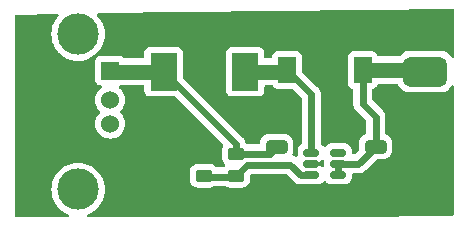
<source format=gbr>
%TF.GenerationSoftware,KiCad,Pcbnew,7.99.0-779-ga24a63e416*%
%TF.CreationDate,2023-06-04T17:09:06+04:00*%
%TF.ProjectId,mt36-08,6d743336-2d30-4382-9e6b-696361645f70,rev?*%
%TF.SameCoordinates,Original*%
%TF.FileFunction,Copper,L1,Top*%
%TF.FilePolarity,Positive*%
%FSLAX46Y46*%
G04 Gerber Fmt 4.6, Leading zero omitted, Abs format (unit mm)*
G04 Created by KiCad (PCBNEW 7.99.0-779-ga24a63e416) date 2023-06-04 17:09:06*
%MOMM*%
%LPD*%
G01*
G04 APERTURE LIST*
G04 Aperture macros list*
%AMRoundRect*
0 Rectangle with rounded corners*
0 $1 Rounding radius*
0 $2 $3 $4 $5 $6 $7 $8 $9 X,Y pos of 4 corners*
0 Add a 4 corners polygon primitive as box body*
4,1,4,$2,$3,$4,$5,$6,$7,$8,$9,$2,$3,0*
0 Add four circle primitives for the rounded corners*
1,1,$1+$1,$2,$3*
1,1,$1+$1,$4,$5*
1,1,$1+$1,$6,$7*
1,1,$1+$1,$8,$9*
0 Add four rect primitives between the rounded corners*
20,1,$1+$1,$2,$3,$4,$5,0*
20,1,$1+$1,$4,$5,$6,$7,0*
20,1,$1+$1,$6,$7,$8,$9,0*
20,1,$1+$1,$8,$9,$2,$3,0*%
G04 Aperture macros list end*
%TA.AperFunction,SMDPad,CuDef*%
%ADD10RoundRect,0.250000X-0.650000X0.325000X-0.650000X-0.325000X0.650000X-0.325000X0.650000X0.325000X0*%
%TD*%
%TA.AperFunction,SMDPad,CuDef*%
%ADD11RoundRect,0.250000X0.450000X-0.262500X0.450000X0.262500X-0.450000X0.262500X-0.450000X-0.262500X0*%
%TD*%
%TA.AperFunction,SMDPad,CuDef*%
%ADD12R,1.500000X2.200000*%
%TD*%
%TA.AperFunction,ComponentPad*%
%ADD13R,1.524000X1.524000*%
%TD*%
%TA.AperFunction,ComponentPad*%
%ADD14C,1.524000*%
%TD*%
%TA.AperFunction,ComponentPad*%
%ADD15C,3.500000*%
%TD*%
%TA.AperFunction,SMDPad,CuDef*%
%ADD16RoundRect,0.625000X-1.270000X-0.625000X1.270000X-0.625000X1.270000X0.625000X-1.270000X0.625000X0*%
%TD*%
%TA.AperFunction,SMDPad,CuDef*%
%ADD17RoundRect,0.150000X-0.512500X-0.150000X0.512500X-0.150000X0.512500X0.150000X-0.512500X0.150000X0*%
%TD*%
%TA.AperFunction,SMDPad,CuDef*%
%ADD18RoundRect,0.250000X-0.450000X0.262500X-0.450000X-0.262500X0.450000X-0.262500X0.450000X0.262500X0*%
%TD*%
%TA.AperFunction,SMDPad,CuDef*%
%ADD19R,2.250000X3.180000*%
%TD*%
%TA.AperFunction,Conductor*%
%ADD20C,0.600000*%
%TD*%
%TA.AperFunction,Conductor*%
%ADD21C,1.300000*%
%TD*%
G04 APERTURE END LIST*
D10*
%TO.P,C2,1*%
%TO.N,/+5V*%
X99391000Y-84201000D03*
%TO.P,C2,2*%
%TO.N,GND*%
X99391000Y-87151000D03*
%TD*%
D11*
%TO.P,R2,1*%
%TO.N,Net-(U1-FB)*%
X93218000Y-86661000D03*
%TO.P,R2,2*%
%TO.N,GND*%
X93218000Y-84836000D03*
%TD*%
D12*
%TO.P,L2,1*%
%TO.N,/SW*%
X100280000Y-77724000D03*
%TO.P,L2,2*%
%TO.N,/+3.7V*%
X106680000Y-77724000D03*
%TD*%
D13*
%TO.P,J1,1,VBUS*%
%TO.N,/+5V*%
X85294000Y-77764000D03*
D14*
%TO.P,J1,2,D-*%
%TO.N,unconnected-(J1-D--Pad2)*%
X85294000Y-80264000D03*
%TO.P,J1,3,D+*%
%TO.N,unconnected-(J1-D+-Pad3)*%
X85294000Y-82264000D03*
%TO.P,J1,4,GND*%
%TO.N,GND*%
X85294000Y-84764000D03*
D15*
%TO.P,J1,5,Shield*%
%TO.N,unconnected-(J1-Shield-Pad5)*%
X82584000Y-74694000D03*
X82584000Y-87834000D03*
%TD*%
D16*
%TO.P,J3,1,Pin_1*%
%TO.N,GND*%
X111964000Y-84963000D03*
%TD*%
D17*
%TO.P,U1,1,SW*%
%TO.N,/SW*%
X102323000Y-84709000D03*
%TO.P,U1,2,GND*%
%TO.N,GND*%
X102323000Y-85659000D03*
%TO.P,U1,3,FB*%
%TO.N,Net-(U1-FB)*%
X102323000Y-86609000D03*
%TO.P,U1,4,EN*%
%TO.N,/+3.7V*%
X104598000Y-86609000D03*
%TO.P,U1,5,IN*%
X104598000Y-85659000D03*
%TO.P,U1,6,NC*%
%TO.N,unconnected-(U1-NC-Pad6)*%
X104598000Y-84709000D03*
%TD*%
D18*
%TO.P,R1,1*%
%TO.N,/+5V*%
X95962000Y-84836000D03*
%TO.P,R1,2*%
%TO.N,Net-(U1-FB)*%
X95962000Y-86661000D03*
%TD*%
D19*
%TO.P,D1,A*%
%TO.N,/SW*%
X96724000Y-77851000D03*
%TO.P,D1,C*%
%TO.N,/+5V*%
X89814000Y-77851000D03*
%TD*%
D10*
%TO.P,C1,1*%
%TO.N,/+3.7V*%
X107773000Y-84201000D03*
%TO.P,C1,2*%
%TO.N,GND*%
X107773000Y-87151000D03*
%TD*%
D16*
%TO.P,J2,1,Pin_1*%
%TO.N,/+3.7V*%
X111964000Y-77851000D03*
%TD*%
D20*
%TO.N,Net-(U1-FB)*%
X95882000Y-86741000D02*
X96898000Y-85725000D01*
X100534000Y-85725000D02*
X101418000Y-86609000D01*
X96898000Y-85725000D02*
X100534000Y-85725000D01*
X93295000Y-86741000D02*
X95882000Y-86741000D01*
X101418000Y-86609000D02*
X102323000Y-86609000D01*
D21*
%TO.N,/+5V*%
X89814000Y-77851000D02*
X85381000Y-77851000D01*
X85381000Y-77851000D02*
X85294000Y-77764000D01*
D20*
X95962000Y-84789000D02*
X98803000Y-84789000D01*
X98803000Y-84789000D02*
X99391000Y-84201000D01*
X95962000Y-83999000D02*
X89814000Y-77851000D01*
X95962000Y-84789000D02*
X95962000Y-83999000D01*
%TO.N,/SW*%
X102323000Y-79767000D02*
X100280000Y-77724000D01*
D21*
X100153000Y-77851000D02*
X100280000Y-77724000D01*
X96724000Y-77851000D02*
X100153000Y-77851000D01*
D20*
X102323000Y-84709000D02*
X102323000Y-79767000D01*
%TO.N,/+3.7V*%
X104598000Y-86609000D02*
X104598000Y-85659000D01*
D21*
X111837000Y-77724000D02*
X111964000Y-77851000D01*
X106680000Y-77724000D02*
X111837000Y-77724000D01*
D20*
X106315000Y-85659000D02*
X107773000Y-84201000D01*
X107773000Y-81661000D02*
X106680000Y-80568000D01*
X107773000Y-84201000D02*
X107773000Y-81661000D01*
X106680000Y-80568000D02*
X106680000Y-77724000D01*
X104598000Y-85659000D02*
X106315000Y-85659000D01*
%TD*%
%TA.AperFunction,Conductor*%
%TO.N,GND*%
G36*
X114368609Y-72537482D02*
G01*
X114415081Y-72589657D01*
X114427000Y-72642703D01*
X114427000Y-76576217D01*
X114407315Y-76643256D01*
X114354511Y-76689011D01*
X114285353Y-76698955D01*
X114221797Y-76669930D01*
X114200309Y-76645719D01*
X114105842Y-76506143D01*
X113953856Y-76354157D01*
X113775848Y-76233679D01*
X113578258Y-76149065D01*
X113368223Y-76103375D01*
X113321797Y-76100609D01*
X113321758Y-76100607D01*
X113319948Y-76100500D01*
X110608052Y-76100500D01*
X110606242Y-76100607D01*
X110606202Y-76100609D01*
X110559776Y-76103375D01*
X110349741Y-76149065D01*
X110152151Y-76233679D01*
X109974143Y-76354157D01*
X109822157Y-76506143D01*
X109813455Y-76519002D01*
X109759578Y-76563488D01*
X109710764Y-76573500D01*
X108031439Y-76573500D01*
X107964400Y-76553815D01*
X107918645Y-76501011D01*
X107915257Y-76492833D01*
X107912534Y-76485532D01*
X107873796Y-76381669D01*
X107787546Y-76266454D01*
X107672331Y-76180204D01*
X107537483Y-76129909D01*
X107477873Y-76123500D01*
X107474550Y-76123500D01*
X105885439Y-76123500D01*
X105885420Y-76123500D01*
X105882128Y-76123501D01*
X105878848Y-76123853D01*
X105878840Y-76123854D01*
X105822515Y-76129909D01*
X105687669Y-76180204D01*
X105572454Y-76266454D01*
X105486204Y-76381668D01*
X105435910Y-76516515D01*
X105435909Y-76516517D01*
X105429500Y-76576127D01*
X105429500Y-76579448D01*
X105429500Y-76579449D01*
X105429500Y-78868560D01*
X105429500Y-78868578D01*
X105429501Y-78871872D01*
X105429853Y-78875152D01*
X105429854Y-78875159D01*
X105435909Y-78931484D01*
X105450198Y-78969795D01*
X105486204Y-79066331D01*
X105572454Y-79181546D01*
X105687669Y-79267796D01*
X105782174Y-79303044D01*
X105798832Y-79309257D01*
X105854766Y-79351128D01*
X105879183Y-79416593D01*
X105879499Y-79425439D01*
X105879500Y-80477805D01*
X105879500Y-80658195D01*
X105888017Y-80695518D01*
X105890345Y-80709219D01*
X105894631Y-80747252D01*
X105907272Y-80783380D01*
X105911119Y-80796736D01*
X105919638Y-80834058D01*
X105936250Y-80868553D01*
X105941570Y-80881398D01*
X105954209Y-80917520D01*
X105964770Y-80934327D01*
X105974576Y-80949933D01*
X105981298Y-80962095D01*
X105997908Y-80996586D01*
X106021772Y-81026510D01*
X106029818Y-81037850D01*
X106050184Y-81070262D01*
X106936181Y-81956259D01*
X106969666Y-82017582D01*
X106972500Y-82043940D01*
X106972500Y-83045698D01*
X106952815Y-83112737D01*
X106900011Y-83158492D01*
X106887505Y-83163404D01*
X106803664Y-83191186D01*
X106654342Y-83283288D01*
X106530288Y-83407342D01*
X106438186Y-83556665D01*
X106383000Y-83723202D01*
X106372819Y-83822858D01*
X106372817Y-83822878D01*
X106372500Y-83825991D01*
X106372500Y-83829139D01*
X106372500Y-84418059D01*
X106352815Y-84485098D01*
X106336181Y-84505740D01*
X106019741Y-84822181D01*
X105958418Y-84855666D01*
X105932060Y-84858500D01*
X105885000Y-84858500D01*
X105817961Y-84838815D01*
X105772206Y-84786011D01*
X105761000Y-84734500D01*
X105761000Y-84495751D01*
X105761000Y-84493306D01*
X105758098Y-84456431D01*
X105712244Y-84298602D01*
X105628581Y-84157135D01*
X105512365Y-84040919D01*
X105512360Y-84040916D01*
X105370897Y-83957255D01*
X105213072Y-83911402D01*
X105178628Y-83908691D01*
X105178614Y-83908690D01*
X105176194Y-83908500D01*
X104019806Y-83908500D01*
X104017386Y-83908690D01*
X104017371Y-83908691D01*
X103982927Y-83911402D01*
X103825102Y-83957255D01*
X103683634Y-84040919D01*
X103567419Y-84157134D01*
X103567231Y-84157453D01*
X103565271Y-84159282D01*
X103556342Y-84168212D01*
X103556035Y-84167905D01*
X103516161Y-84205135D01*
X103447419Y-84217638D01*
X103382830Y-84190991D01*
X103353769Y-84157453D01*
X103353582Y-84157137D01*
X103353581Y-84157135D01*
X103237365Y-84040919D01*
X103237364Y-84040918D01*
X103237362Y-84040916D01*
X103184378Y-84009581D01*
X103136695Y-83958512D01*
X103123500Y-83902850D01*
X103123500Y-79676803D01*
X103114982Y-79639488D01*
X103112655Y-79625800D01*
X103108368Y-79587745D01*
X103095724Y-79551610D01*
X103091875Y-79538249D01*
X103091324Y-79535837D01*
X103083359Y-79500939D01*
X103066754Y-79466458D01*
X103061433Y-79453614D01*
X103048789Y-79417478D01*
X103028418Y-79385058D01*
X103021698Y-79372899D01*
X103005091Y-79338413D01*
X103005090Y-79338412D01*
X103005090Y-79338411D01*
X102981225Y-79308486D01*
X102973177Y-79297143D01*
X102952816Y-79264738D01*
X102883933Y-79195855D01*
X102825262Y-79137184D01*
X102825261Y-79137184D01*
X102807821Y-79119743D01*
X102807819Y-79119742D01*
X101566818Y-77878740D01*
X101533333Y-77817417D01*
X101530499Y-77791059D01*
X101530499Y-76579439D01*
X101530499Y-76579438D01*
X101530499Y-76576128D01*
X101524091Y-76516517D01*
X101473796Y-76381669D01*
X101387546Y-76266454D01*
X101272331Y-76180204D01*
X101137483Y-76129909D01*
X101077873Y-76123500D01*
X101074550Y-76123500D01*
X99485439Y-76123500D01*
X99485420Y-76123500D01*
X99482128Y-76123501D01*
X99478848Y-76123853D01*
X99478840Y-76123854D01*
X99422515Y-76129909D01*
X99287669Y-76180204D01*
X99172454Y-76266454D01*
X99086204Y-76381668D01*
X99035910Y-76516515D01*
X99035909Y-76516517D01*
X99029500Y-76576127D01*
X99029500Y-76579439D01*
X99029322Y-76582768D01*
X99029488Y-76576537D01*
X99009815Y-76643539D01*
X98957011Y-76689294D01*
X98905500Y-76700500D01*
X98473499Y-76700500D01*
X98406460Y-76680815D01*
X98360705Y-76628011D01*
X98349499Y-76576500D01*
X98349499Y-76216439D01*
X98349499Y-76216438D01*
X98349499Y-76213128D01*
X98343091Y-76153517D01*
X98292796Y-76018669D01*
X98206546Y-75903454D01*
X98091331Y-75817204D01*
X97956483Y-75766909D01*
X97896873Y-75760500D01*
X97893550Y-75760500D01*
X95554439Y-75760500D01*
X95554420Y-75760500D01*
X95551128Y-75760501D01*
X95547848Y-75760853D01*
X95547840Y-75760854D01*
X95491515Y-75766909D01*
X95356669Y-75817204D01*
X95241454Y-75903454D01*
X95155204Y-76018668D01*
X95104910Y-76153515D01*
X95104909Y-76153517D01*
X95098500Y-76213127D01*
X95098500Y-76216448D01*
X95098500Y-76216449D01*
X95098500Y-79485560D01*
X95098500Y-79485578D01*
X95098501Y-79488872D01*
X95098853Y-79492152D01*
X95098854Y-79492159D01*
X95104909Y-79548484D01*
X95119553Y-79587745D01*
X95155204Y-79683331D01*
X95241454Y-79798546D01*
X95356669Y-79884796D01*
X95491517Y-79935091D01*
X95551127Y-79941500D01*
X97896872Y-79941499D01*
X97956483Y-79935091D01*
X98091331Y-79884796D01*
X98206546Y-79798546D01*
X98292796Y-79683331D01*
X98343091Y-79548483D01*
X98349500Y-79488873D01*
X98349500Y-79125500D01*
X98369185Y-79058461D01*
X98421989Y-79012706D01*
X98473500Y-79001500D01*
X98975928Y-79001500D01*
X99042967Y-79021185D01*
X99072000Y-79054691D01*
X99075519Y-79052058D01*
X99139244Y-79137184D01*
X99172454Y-79181546D01*
X99287669Y-79267796D01*
X99422517Y-79318091D01*
X99482127Y-79324500D01*
X100697059Y-79324499D01*
X100764098Y-79344184D01*
X100784740Y-79360818D01*
X101486180Y-80062258D01*
X101519665Y-80123581D01*
X101522499Y-80149939D01*
X101522500Y-83902850D01*
X101502815Y-83969889D01*
X101461622Y-84009581D01*
X101408637Y-84040916D01*
X101292418Y-84157136D01*
X101208755Y-84298602D01*
X101162902Y-84456427D01*
X101160191Y-84490871D01*
X101160190Y-84490886D01*
X101160000Y-84493306D01*
X101160000Y-84924694D01*
X101160191Y-84927127D01*
X101160192Y-84927140D01*
X101160733Y-84934017D01*
X101146367Y-85002393D01*
X101097313Y-85052148D01*
X101029148Y-85067485D01*
X100975659Y-85047965D01*
X100975175Y-85048971D01*
X100965043Y-85044092D01*
X100963512Y-85043533D01*
X100962885Y-85043052D01*
X100928095Y-85026298D01*
X100915933Y-85019576D01*
X100900327Y-85009770D01*
X100883520Y-84999209D01*
X100847398Y-84986570D01*
X100834553Y-84981250D01*
X100800121Y-84964669D01*
X100748261Y-84917847D01*
X100729947Y-84850420D01*
X100736213Y-84813949D01*
X100780999Y-84678797D01*
X100791500Y-84576009D01*
X100791499Y-83825992D01*
X100780999Y-83723203D01*
X100725814Y-83556666D01*
X100633712Y-83407344D01*
X100633711Y-83407342D01*
X100509657Y-83283288D01*
X100360334Y-83191186D01*
X100193797Y-83136000D01*
X100094141Y-83125819D01*
X100094122Y-83125818D01*
X100091009Y-83125500D01*
X100087860Y-83125500D01*
X98694140Y-83125500D01*
X98694120Y-83125500D01*
X98690992Y-83125501D01*
X98687860Y-83125820D01*
X98687858Y-83125821D01*
X98588203Y-83136000D01*
X98421665Y-83191186D01*
X98272342Y-83283288D01*
X98148288Y-83407342D01*
X98056186Y-83556665D01*
X98001000Y-83723202D01*
X97990819Y-83822858D01*
X97990817Y-83822878D01*
X97990500Y-83825991D01*
X97990500Y-83829139D01*
X97990500Y-83864500D01*
X97970815Y-83931539D01*
X97918011Y-83977294D01*
X97866500Y-83988500D01*
X96928325Y-83988500D01*
X96863229Y-83970039D01*
X96808278Y-83936145D01*
X96761554Y-83884198D01*
X96750156Y-83844489D01*
X96747368Y-83819745D01*
X96734725Y-83783611D01*
X96730876Y-83770250D01*
X96722360Y-83732939D01*
X96705753Y-83698455D01*
X96700432Y-83685608D01*
X96687790Y-83649480D01*
X96667423Y-83617066D01*
X96660697Y-83604895D01*
X96644092Y-83570414D01*
X96620225Y-83540486D01*
X96612177Y-83529143D01*
X96591816Y-83496738D01*
X96549971Y-83454893D01*
X96464262Y-83369184D01*
X91475818Y-78380739D01*
X91442333Y-78319417D01*
X91439499Y-78293059D01*
X91439499Y-76216439D01*
X91439499Y-76213128D01*
X91433091Y-76153517D01*
X91382796Y-76018669D01*
X91296546Y-75903454D01*
X91181331Y-75817204D01*
X91046483Y-75766909D01*
X90986873Y-75760500D01*
X90983550Y-75760500D01*
X88644439Y-75760500D01*
X88644420Y-75760500D01*
X88641128Y-75760501D01*
X88637848Y-75760853D01*
X88637840Y-75760854D01*
X88581515Y-75766909D01*
X88446669Y-75817204D01*
X88331454Y-75903454D01*
X88245204Y-76018668D01*
X88194910Y-76153515D01*
X88194909Y-76153517D01*
X88188500Y-76213127D01*
X88188500Y-76216448D01*
X88188500Y-76216449D01*
X88188500Y-76576500D01*
X88168815Y-76643539D01*
X88116011Y-76689294D01*
X88064500Y-76700500D01*
X86517572Y-76700500D01*
X86450533Y-76680815D01*
X86418306Y-76650811D01*
X86413548Y-76644456D01*
X86413546Y-76644455D01*
X86413546Y-76644454D01*
X86298331Y-76558204D01*
X86163483Y-76507909D01*
X86147076Y-76506145D01*
X86107166Y-76501854D01*
X86107165Y-76501853D01*
X86103873Y-76501500D01*
X86100550Y-76501500D01*
X84487439Y-76501500D01*
X84487420Y-76501500D01*
X84484128Y-76501501D01*
X84480848Y-76501853D01*
X84480840Y-76501854D01*
X84424515Y-76507909D01*
X84289669Y-76558204D01*
X84174454Y-76644454D01*
X84088204Y-76759668D01*
X84037909Y-76894516D01*
X84034176Y-76929241D01*
X84031500Y-76954127D01*
X84031500Y-76957448D01*
X84031500Y-76957449D01*
X84031500Y-78570560D01*
X84031500Y-78570578D01*
X84031501Y-78573872D01*
X84037909Y-78633483D01*
X84088204Y-78768331D01*
X84174454Y-78883546D01*
X84289669Y-78969796D01*
X84424517Y-79020091D01*
X84481610Y-79026229D01*
X84546159Y-79052965D01*
X84586008Y-79110357D01*
X84588503Y-79180182D01*
X84552851Y-79240272D01*
X84539478Y-79251092D01*
X84479380Y-79293173D01*
X84323174Y-79449379D01*
X84196466Y-79630338D01*
X84103106Y-79830548D01*
X84045929Y-80043934D01*
X84026676Y-80264000D01*
X84045929Y-80484065D01*
X84103106Y-80697451D01*
X84166807Y-80834058D01*
X84196466Y-80897662D01*
X84323174Y-81078620D01*
X84403292Y-81158738D01*
X84420873Y-81176319D01*
X84454357Y-81237642D01*
X84449373Y-81307334D01*
X84420873Y-81351681D01*
X84323172Y-81449382D01*
X84196466Y-81630338D01*
X84103106Y-81830548D01*
X84045929Y-82043934D01*
X84026676Y-82264000D01*
X84045929Y-82484065D01*
X84045930Y-82484068D01*
X84103106Y-82697450D01*
X84196466Y-82897662D01*
X84323174Y-83078620D01*
X84479380Y-83234826D01*
X84660338Y-83361534D01*
X84860550Y-83454894D01*
X85073932Y-83512070D01*
X85294000Y-83531323D01*
X85514068Y-83512070D01*
X85727450Y-83454894D01*
X85927662Y-83361534D01*
X86108620Y-83234826D01*
X86264826Y-83078620D01*
X86391534Y-82897662D01*
X86484894Y-82697450D01*
X86542070Y-82484068D01*
X86561323Y-82264000D01*
X86542070Y-82043932D01*
X86484894Y-81830550D01*
X86391534Y-81630339D01*
X86264826Y-81449380D01*
X86167123Y-81351677D01*
X86133641Y-81290359D01*
X86138625Y-81220667D01*
X86167122Y-81176323D01*
X86264826Y-81078620D01*
X86391534Y-80897662D01*
X86484894Y-80697450D01*
X86542070Y-80484068D01*
X86561323Y-80264000D01*
X86542070Y-80043932D01*
X86484894Y-79830550D01*
X86391534Y-79630339D01*
X86264826Y-79449380D01*
X86108620Y-79293174D01*
X86048519Y-79251091D01*
X86004896Y-79196517D01*
X85997702Y-79127018D01*
X86029225Y-79064663D01*
X86089454Y-79029249D01*
X86106387Y-79026228D01*
X86163483Y-79020091D01*
X86192366Y-79009318D01*
X86235700Y-79001500D01*
X88064501Y-79001500D01*
X88131540Y-79021185D01*
X88177295Y-79073989D01*
X88188501Y-79125499D01*
X88188501Y-79488872D01*
X88188853Y-79492152D01*
X88188854Y-79492159D01*
X88194909Y-79548484D01*
X88209553Y-79587745D01*
X88245204Y-79683331D01*
X88331454Y-79798546D01*
X88446669Y-79884796D01*
X88581517Y-79935091D01*
X88641127Y-79941500D01*
X90721059Y-79941499D01*
X90788098Y-79961184D01*
X90808740Y-79977818D01*
X94856245Y-84025323D01*
X94889730Y-84086646D01*
X94884746Y-84156338D01*
X94874103Y-84178100D01*
X94827186Y-84254165D01*
X94772000Y-84420702D01*
X94761819Y-84520358D01*
X94761817Y-84520378D01*
X94761500Y-84523491D01*
X94761500Y-84526638D01*
X94761500Y-84526639D01*
X94761500Y-85145358D01*
X94761500Y-85145377D01*
X94761501Y-85148508D01*
X94761820Y-85151640D01*
X94761821Y-85151641D01*
X94772000Y-85251296D01*
X94827186Y-85417834D01*
X94919288Y-85567157D01*
X95012950Y-85660819D01*
X95046435Y-85722142D01*
X95041451Y-85791834D01*
X95012950Y-85836181D01*
X94944950Y-85904181D01*
X94883627Y-85937666D01*
X94857269Y-85940500D01*
X94322731Y-85940500D01*
X94255692Y-85920815D01*
X94235050Y-85904181D01*
X94136657Y-85805788D01*
X93987334Y-85713686D01*
X93820797Y-85658500D01*
X93721141Y-85648319D01*
X93721122Y-85648318D01*
X93718009Y-85648000D01*
X93714860Y-85648000D01*
X92721140Y-85648000D01*
X92721120Y-85648000D01*
X92717992Y-85648001D01*
X92714860Y-85648320D01*
X92714858Y-85648321D01*
X92615203Y-85658500D01*
X92448665Y-85713686D01*
X92299342Y-85805788D01*
X92175288Y-85929842D01*
X92083186Y-86079165D01*
X92028000Y-86245702D01*
X92017819Y-86345358D01*
X92017817Y-86345378D01*
X92017500Y-86348491D01*
X92017500Y-86351638D01*
X92017500Y-86351639D01*
X92017500Y-86970358D01*
X92017500Y-86970377D01*
X92017501Y-86973508D01*
X92017820Y-86976640D01*
X92017821Y-86976641D01*
X92028000Y-87076296D01*
X92083186Y-87242834D01*
X92175288Y-87392157D01*
X92299342Y-87516211D01*
X92299344Y-87516212D01*
X92448666Y-87608314D01*
X92560017Y-87645212D01*
X92615202Y-87663499D01*
X92714858Y-87673680D01*
X92714859Y-87673680D01*
X92717991Y-87674000D01*
X93718008Y-87673999D01*
X93820797Y-87663499D01*
X93987334Y-87608314D01*
X94033732Y-87579695D01*
X94065728Y-87559961D01*
X94130824Y-87541500D01*
X95049176Y-87541500D01*
X95114272Y-87559961D01*
X95164662Y-87591041D01*
X95192666Y-87608314D01*
X95304016Y-87645212D01*
X95359202Y-87663499D01*
X95458858Y-87673680D01*
X95458859Y-87673680D01*
X95461991Y-87674000D01*
X96462008Y-87673999D01*
X96564797Y-87663499D01*
X96731334Y-87608314D01*
X96880656Y-87516212D01*
X97004712Y-87392156D01*
X97096814Y-87242834D01*
X97151999Y-87076297D01*
X97162500Y-86973509D01*
X97162499Y-86649499D01*
X97182183Y-86582461D01*
X97234987Y-86536706D01*
X97286499Y-86525500D01*
X100151060Y-86525500D01*
X100218099Y-86545185D01*
X100238741Y-86561819D01*
X100788184Y-87111262D01*
X100915738Y-87238816D01*
X100940318Y-87254261D01*
X100948145Y-87259179D01*
X100959483Y-87267224D01*
X100971844Y-87277081D01*
X100989414Y-87291092D01*
X101023899Y-87307699D01*
X101036069Y-87314425D01*
X101068480Y-87334790D01*
X101104597Y-87347428D01*
X101117441Y-87352748D01*
X101148499Y-87367703D01*
X101151939Y-87369360D01*
X101189276Y-87377881D01*
X101202613Y-87381725D01*
X101238745Y-87394368D01*
X101276776Y-87398653D01*
X101290481Y-87400981D01*
X101327806Y-87409500D01*
X101327807Y-87409500D01*
X102898749Y-87409500D01*
X102901194Y-87409500D01*
X102938069Y-87406598D01*
X103095898Y-87360744D01*
X103237365Y-87277081D01*
X103353581Y-87160865D01*
X103353765Y-87160552D01*
X103355697Y-87158748D01*
X103364658Y-87149788D01*
X103364964Y-87150094D01*
X103404828Y-87112868D01*
X103473569Y-87100360D01*
X103538160Y-87127001D01*
X103567229Y-87160544D01*
X103567235Y-87160555D01*
X103567419Y-87160865D01*
X103683635Y-87277081D01*
X103825102Y-87360744D01*
X103982927Y-87406597D01*
X103982931Y-87406598D01*
X104019806Y-87409500D01*
X104546085Y-87409500D01*
X104559967Y-87410279D01*
X104598000Y-87414565D01*
X104636032Y-87410279D01*
X104649915Y-87409500D01*
X105173749Y-87409500D01*
X105176194Y-87409500D01*
X105213069Y-87406598D01*
X105370898Y-87360744D01*
X105512365Y-87277081D01*
X105628581Y-87160865D01*
X105712244Y-87019398D01*
X105758098Y-86861569D01*
X105761000Y-86824694D01*
X105761000Y-86583500D01*
X105780685Y-86516461D01*
X105833489Y-86470706D01*
X105885000Y-86459500D01*
X106405195Y-86459500D01*
X106416009Y-86457031D01*
X106442520Y-86450980D01*
X106456197Y-86448655D01*
X106494255Y-86444368D01*
X106530399Y-86431720D01*
X106543721Y-86427882D01*
X106581061Y-86419360D01*
X106615549Y-86402750D01*
X106628391Y-86397431D01*
X106664522Y-86384789D01*
X106696932Y-86364423D01*
X106709103Y-86357697D01*
X106728220Y-86348491D01*
X106743587Y-86341091D01*
X106773515Y-86317222D01*
X106784834Y-86309190D01*
X106817262Y-86288816D01*
X106944816Y-86161262D01*
X107003375Y-86102703D01*
X107003388Y-86102688D01*
X107793259Y-85312818D01*
X107854582Y-85279333D01*
X107880940Y-85276499D01*
X108469859Y-85276499D01*
X108473008Y-85276499D01*
X108575797Y-85265999D01*
X108742334Y-85210814D01*
X108891656Y-85118712D01*
X109015712Y-84994656D01*
X109107814Y-84845334D01*
X109162999Y-84678797D01*
X109173500Y-84576009D01*
X109173499Y-83825992D01*
X109162999Y-83723203D01*
X109107814Y-83556666D01*
X109015712Y-83407344D01*
X109015711Y-83407342D01*
X108891657Y-83283288D01*
X108742335Y-83191186D01*
X108658495Y-83163404D01*
X108601050Y-83123630D01*
X108574228Y-83059114D01*
X108573500Y-83045698D01*
X108573500Y-81570803D01*
X108564982Y-81533488D01*
X108562655Y-81519800D01*
X108558368Y-81481745D01*
X108545724Y-81445610D01*
X108541875Y-81432249D01*
X108541324Y-81429837D01*
X108533359Y-81394939D01*
X108516754Y-81360458D01*
X108511433Y-81347614D01*
X108498789Y-81311478D01*
X108478418Y-81279058D01*
X108471698Y-81266899D01*
X108455091Y-81232413D01*
X108455090Y-81232412D01*
X108455090Y-81232411D01*
X108431225Y-81202486D01*
X108423177Y-81191143D01*
X108402816Y-81158738D01*
X108292701Y-81048623D01*
X108292700Y-81048621D01*
X107516819Y-80272740D01*
X107483334Y-80211417D01*
X107480500Y-80185059D01*
X107480500Y-79425439D01*
X107500185Y-79358400D01*
X107552989Y-79312645D01*
X107561156Y-79309261D01*
X107672331Y-79267796D01*
X107787546Y-79181546D01*
X107873796Y-79066331D01*
X107915257Y-78955165D01*
X107957128Y-78899233D01*
X108022592Y-78874816D01*
X108031439Y-78874500D01*
X109558502Y-78874500D01*
X109625541Y-78894185D01*
X109671296Y-78946989D01*
X109672488Y-78949682D01*
X109701679Y-79017848D01*
X109729167Y-79058461D01*
X109822157Y-79195856D01*
X109974143Y-79347842D01*
X110020429Y-79379169D01*
X110152152Y-79468321D01*
X110349741Y-79552934D01*
X110559774Y-79598624D01*
X110576707Y-79599632D01*
X110606202Y-79601390D01*
X110606208Y-79601390D01*
X110608052Y-79601500D01*
X110609881Y-79601500D01*
X113318119Y-79601500D01*
X113319948Y-79601500D01*
X113321792Y-79601390D01*
X113321797Y-79601390D01*
X113342825Y-79600137D01*
X113368226Y-79598624D01*
X113578259Y-79552934D01*
X113775848Y-79468321D01*
X113953855Y-79347843D01*
X114105843Y-79195855D01*
X114200310Y-79056278D01*
X114254187Y-79011794D01*
X114323562Y-79003499D01*
X114386409Y-79034027D01*
X114422775Y-79093688D01*
X114427000Y-79125782D01*
X114427000Y-89920681D01*
X114407315Y-89987720D01*
X114354511Y-90033475D01*
X114304693Y-90044669D01*
X105160875Y-90169500D01*
X83456198Y-90169500D01*
X83389165Y-90149817D01*
X83343411Y-90097013D01*
X83333467Y-90027855D01*
X83362492Y-89964299D01*
X83416346Y-89928083D01*
X83447077Y-89917652D01*
X83711665Y-89787172D01*
X83956957Y-89623273D01*
X84178758Y-89428758D01*
X84373273Y-89206957D01*
X84537172Y-88961665D01*
X84667652Y-88697077D01*
X84762481Y-88417722D01*
X84820034Y-88128380D01*
X84839329Y-87834000D01*
X84820034Y-87539620D01*
X84762481Y-87250278D01*
X84667652Y-86970923D01*
X84537172Y-86706336D01*
X84373273Y-86461043D01*
X84178758Y-86239242D01*
X83956957Y-86044727D01*
X83819976Y-85953199D01*
X83715039Y-85883082D01*
X83715034Y-85883079D01*
X83711665Y-85880828D01*
X83708036Y-85879038D01*
X83708025Y-85879032D01*
X83450720Y-85752144D01*
X83450713Y-85752141D01*
X83447077Y-85750348D01*
X83441633Y-85748500D01*
X83171566Y-85656823D01*
X83171553Y-85656819D01*
X83167722Y-85655519D01*
X83163745Y-85654728D01*
X83163738Y-85654726D01*
X82882362Y-85598758D01*
X82882361Y-85598757D01*
X82878380Y-85597966D01*
X82874330Y-85597700D01*
X82874326Y-85597700D01*
X82588058Y-85578937D01*
X82584000Y-85578671D01*
X82579942Y-85578937D01*
X82293673Y-85597700D01*
X82293667Y-85597700D01*
X82289620Y-85597966D01*
X82285640Y-85598757D01*
X82285637Y-85598758D01*
X82004261Y-85654726D01*
X82004250Y-85654728D01*
X82000278Y-85655519D01*
X81996449Y-85656818D01*
X81996433Y-85656823D01*
X81724769Y-85749042D01*
X81724762Y-85749044D01*
X81720923Y-85750348D01*
X81717286Y-85752141D01*
X81717280Y-85752144D01*
X81459976Y-85879032D01*
X81459964Y-85879038D01*
X81456336Y-85880828D01*
X81452973Y-85883075D01*
X81452961Y-85883082D01*
X81214424Y-86042467D01*
X81214414Y-86042473D01*
X81211043Y-86044727D01*
X81207992Y-86047402D01*
X81207985Y-86047408D01*
X80992290Y-86236568D01*
X80992282Y-86236575D01*
X80989242Y-86239242D01*
X80986575Y-86242282D01*
X80986568Y-86242290D01*
X80797408Y-86457985D01*
X80797402Y-86457992D01*
X80794727Y-86461043D01*
X80792473Y-86464414D01*
X80792467Y-86464424D01*
X80633082Y-86702961D01*
X80633075Y-86702973D01*
X80630828Y-86706336D01*
X80629038Y-86709964D01*
X80629032Y-86709976D01*
X80502144Y-86967280D01*
X80502141Y-86967286D01*
X80500348Y-86970923D01*
X80499044Y-86974762D01*
X80499042Y-86974769D01*
X80406823Y-87246433D01*
X80406818Y-87246449D01*
X80405519Y-87250278D01*
X80404728Y-87254250D01*
X80404726Y-87254261D01*
X80352622Y-87516211D01*
X80347966Y-87539620D01*
X80347700Y-87543667D01*
X80347700Y-87543673D01*
X80343463Y-87608314D01*
X80328671Y-87834000D01*
X80347966Y-88128380D01*
X80348757Y-88132361D01*
X80348758Y-88132362D01*
X80404726Y-88413738D01*
X80404728Y-88413745D01*
X80405519Y-88417722D01*
X80406819Y-88421553D01*
X80406823Y-88421566D01*
X80499042Y-88693230D01*
X80500348Y-88697077D01*
X80502141Y-88700713D01*
X80502144Y-88700720D01*
X80629032Y-88958025D01*
X80629038Y-88958036D01*
X80630828Y-88961665D01*
X80794727Y-89206957D01*
X80989242Y-89428758D01*
X81211043Y-89623273D01*
X81456335Y-89787172D01*
X81459968Y-89788963D01*
X81459974Y-89788967D01*
X81717279Y-89915855D01*
X81720923Y-89917652D01*
X81751650Y-89928082D01*
X81808803Y-89968269D01*
X81835158Y-90032977D01*
X81822345Y-90101662D01*
X81774432Y-90152516D01*
X81711796Y-90169500D01*
X77340000Y-90169500D01*
X77272961Y-90149815D01*
X77227206Y-90097011D01*
X77216000Y-90045500D01*
X77216000Y-73147318D01*
X77235685Y-73080279D01*
X77288489Y-73034524D01*
X77338305Y-73023330D01*
X80822171Y-72975768D01*
X80889470Y-72994535D01*
X80935942Y-73046710D01*
X80946828Y-73115726D01*
X80918674Y-73179672D01*
X80917089Y-73181515D01*
X80797408Y-73317984D01*
X80797396Y-73317999D01*
X80794727Y-73321043D01*
X80792473Y-73324414D01*
X80792467Y-73324424D01*
X80633082Y-73562961D01*
X80633075Y-73562973D01*
X80630828Y-73566336D01*
X80629038Y-73569964D01*
X80629032Y-73569976D01*
X80502144Y-73827280D01*
X80502141Y-73827286D01*
X80500348Y-73830923D01*
X80499044Y-73834762D01*
X80499042Y-73834769D01*
X80406823Y-74106433D01*
X80406818Y-74106449D01*
X80405519Y-74110278D01*
X80404728Y-74114250D01*
X80404726Y-74114261D01*
X80348758Y-74395637D01*
X80347966Y-74399620D01*
X80328671Y-74694000D01*
X80347966Y-74988380D01*
X80348757Y-74992361D01*
X80348758Y-74992362D01*
X80404726Y-75273738D01*
X80404728Y-75273745D01*
X80405519Y-75277722D01*
X80406819Y-75281553D01*
X80406823Y-75281566D01*
X80499042Y-75553230D01*
X80500348Y-75557077D01*
X80502141Y-75560713D01*
X80502144Y-75560720D01*
X80629032Y-75818025D01*
X80629038Y-75818036D01*
X80630828Y-75821665D01*
X80633079Y-75825034D01*
X80633082Y-75825039D01*
X80762461Y-76018668D01*
X80794727Y-76066957D01*
X80870638Y-76153517D01*
X80920032Y-76209840D01*
X80989242Y-76288758D01*
X81211043Y-76483273D01*
X81323185Y-76558204D01*
X81427658Y-76628011D01*
X81456335Y-76647172D01*
X81459968Y-76648963D01*
X81459974Y-76648967D01*
X81684455Y-76759668D01*
X81720923Y-76777652D01*
X81920992Y-76845566D01*
X81996433Y-76871176D01*
X81996435Y-76871176D01*
X82000278Y-76872481D01*
X82289620Y-76930034D01*
X82584000Y-76949329D01*
X82878380Y-76930034D01*
X83167722Y-76872481D01*
X83447077Y-76777652D01*
X83711665Y-76647172D01*
X83956957Y-76483273D01*
X84178758Y-76288758D01*
X84373273Y-76066957D01*
X84537172Y-75821665D01*
X84667652Y-75557077D01*
X84762481Y-75277722D01*
X84820034Y-74988380D01*
X84839329Y-74694000D01*
X84820034Y-74399620D01*
X84762481Y-74110278D01*
X84667652Y-73830923D01*
X84537172Y-73566336D01*
X84373273Y-73321043D01*
X84209262Y-73134025D01*
X84179859Y-73070643D01*
X84189391Y-73001427D01*
X84234831Y-72948351D01*
X84300792Y-72928279D01*
X114301310Y-72518715D01*
X114368609Y-72537482D01*
G37*
%TD.AperFunction*%
%TA.AperFunction,Conductor*%
G36*
X103381865Y-85375839D02*
G01*
X103425629Y-85430304D01*
X103435000Y-85477594D01*
X103435000Y-85840405D01*
X103415315Y-85907444D01*
X103362511Y-85953199D01*
X103293353Y-85963143D01*
X103247879Y-85947137D01*
X103236656Y-85940500D01*
X103139568Y-85883082D01*
X103095897Y-85857255D01*
X102938072Y-85811402D01*
X102903628Y-85808691D01*
X102903614Y-85808690D01*
X102901194Y-85808500D01*
X102898749Y-85808500D01*
X101800940Y-85808500D01*
X101733901Y-85788815D01*
X101713259Y-85772181D01*
X101662259Y-85721181D01*
X101628774Y-85659858D01*
X101633758Y-85590166D01*
X101675630Y-85534233D01*
X101741094Y-85509816D01*
X101749940Y-85509500D01*
X102271085Y-85509500D01*
X102284967Y-85510279D01*
X102323000Y-85514565D01*
X102361032Y-85510279D01*
X102374915Y-85509500D01*
X102898749Y-85509500D01*
X102901194Y-85509500D01*
X102938069Y-85506598D01*
X103095898Y-85460744D01*
X103237365Y-85377081D01*
X103237369Y-85377076D01*
X103247878Y-85370862D01*
X103315602Y-85353679D01*
X103381865Y-85375839D01*
G37*
%TD.AperFunction*%
%TD*%
M02*

</source>
